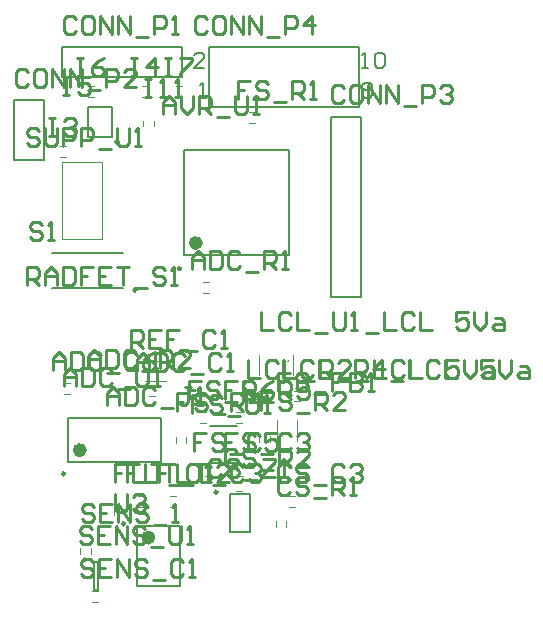
<source format=gto>
G04 Layer_Color=65535*
%FSLAX24Y24*%
%MOIN*%
G70*
G01*
G75*
%ADD37C,0.0100*%
%ADD84C,0.0098*%
%ADD85C,0.0079*%
%ADD86C,0.0236*%
%ADD87C,0.0039*%
%ADD88C,0.0080*%
D37*
X12630Y13350D02*
X12530Y13450D01*
X12330D01*
X12230Y13350D01*
Y13250D01*
X12330Y13150D01*
X12530D01*
X12630Y13050D01*
Y12950D01*
X12530Y12850D01*
X12330D01*
X12230Y12950D01*
X13230Y13450D02*
X12830D01*
Y12850D01*
X13230D01*
X12830Y13150D02*
X13030D01*
X13430Y12850D02*
Y13450D01*
X13829Y12850D01*
Y13450D01*
X14429Y13350D02*
X14329Y13450D01*
X14129D01*
X14029Y13350D01*
Y13250D01*
X14129Y13150D01*
X14329D01*
X14429Y13050D01*
Y12950D01*
X14329Y12850D01*
X14129D01*
X14029Y12950D01*
X14629Y12750D02*
X15029D01*
X15229Y13450D02*
Y12950D01*
X15329Y12850D01*
X15529D01*
X15629Y12950D01*
Y13450D01*
X15829Y12850D02*
X16029D01*
X15929D01*
Y13450D01*
X15829Y13350D01*
X12680Y12260D02*
X12580Y12360D01*
X12380D01*
X12280Y12260D01*
Y12160D01*
X12380Y12060D01*
X12580D01*
X12680Y11960D01*
Y11860D01*
X12580Y11760D01*
X12380D01*
X12280Y11860D01*
X13280Y12360D02*
X12880D01*
Y11760D01*
X13280D01*
X12880Y12060D02*
X13080D01*
X13480Y11760D02*
Y12360D01*
X13879Y11760D01*
Y12360D01*
X14479Y12260D02*
X14379Y12360D01*
X14179D01*
X14079Y12260D01*
Y12160D01*
X14179Y12060D01*
X14379D01*
X14479Y11960D01*
Y11860D01*
X14379Y11760D01*
X14179D01*
X14079Y11860D01*
X14679Y11660D02*
X15079D01*
X15679Y12260D02*
X15579Y12360D01*
X15379D01*
X15279Y12260D01*
Y11860D01*
X15379Y11760D01*
X15579D01*
X15679Y11860D01*
X15879Y11760D02*
X16079D01*
X15979D01*
Y12360D01*
X15879Y12260D01*
X12700Y14110D02*
X12600Y14210D01*
X12400D01*
X12300Y14110D01*
Y14010D01*
X12400Y13910D01*
X12600D01*
X12700Y13810D01*
Y13710D01*
X12600Y13610D01*
X12400D01*
X12300Y13710D01*
X13300Y14210D02*
X12900D01*
Y13610D01*
X13300D01*
X12900Y13910D02*
X13100D01*
X13500Y13610D02*
Y14210D01*
X13899Y13610D01*
Y14210D01*
X14499Y14110D02*
X14399Y14210D01*
X14199D01*
X14099Y14110D01*
Y14010D01*
X14199Y13910D01*
X14399D01*
X14499Y13810D01*
Y13710D01*
X14399Y13610D01*
X14199D01*
X14099Y13710D01*
X14699Y13510D02*
X15099D01*
X15299Y13610D02*
X15499D01*
X15399D01*
Y14210D01*
X15299Y14110D01*
X13140Y17500D02*
Y17900D01*
X13340Y18100D01*
X13540Y17900D01*
Y17500D01*
Y17800D01*
X13140D01*
X13740Y18100D02*
Y17500D01*
X14040D01*
X14140Y17600D01*
Y18000D01*
X14040Y18100D01*
X13740D01*
X14739Y18000D02*
X14640Y18100D01*
X14440D01*
X14340Y18000D01*
Y17600D01*
X14440Y17500D01*
X14640D01*
X14739Y17600D01*
X14939Y17400D02*
X15339D01*
X15939Y18100D02*
X15739D01*
X15839D01*
Y17600D01*
X15739Y17500D01*
X15639D01*
X15539Y17600D01*
X16139Y17500D02*
X16339D01*
X16239D01*
Y18100D01*
X16139Y18000D01*
X14163Y18632D02*
Y19032D01*
X14363Y19232D01*
X14563Y19032D01*
Y18632D01*
Y18932D01*
X14163D01*
X14762Y19232D02*
Y18632D01*
X15062D01*
X15162Y18732D01*
Y19132D01*
X15062Y19232D01*
X14762D01*
X15762Y19132D02*
X15662Y19232D01*
X15462D01*
X15362Y19132D01*
Y18732D01*
X15462Y18632D01*
X15662D01*
X15762Y18732D01*
X15962Y18532D02*
X16362D01*
X16962Y19132D02*
X16862Y19232D01*
X16662D01*
X16562Y19132D01*
Y18732D01*
X16662Y18632D01*
X16862D01*
X16962Y18732D01*
X17162Y18632D02*
X17362D01*
X17262D01*
Y19232D01*
X17162Y19132D01*
X19259Y18558D02*
X18859D01*
Y18258D01*
X19059D01*
X18859D01*
Y17959D01*
X19859Y18458D02*
X19759Y18558D01*
X19559D01*
X19459Y18458D01*
Y18358D01*
X19559Y18258D01*
X19759D01*
X19859Y18158D01*
Y18059D01*
X19759Y17959D01*
X19559D01*
X19459Y18059D01*
X20058Y17859D02*
X20458D01*
X21058Y18558D02*
X20658D01*
Y18258D01*
X20858D01*
X20658D01*
Y17959D01*
X21258Y18558D02*
Y17959D01*
X21558D01*
X21658Y18059D01*
Y18158D01*
X21558Y18258D01*
X21258D01*
X21558D01*
X21658Y18358D01*
Y18458D01*
X21558Y18558D01*
X21258D01*
X21858Y17959D02*
X22058D01*
X21958D01*
Y18558D01*
X21858Y18458D01*
X19019Y19009D02*
Y18409D01*
X19419D01*
X20019Y18909D02*
X19919Y19009D01*
X19719D01*
X19619Y18909D01*
Y18509D01*
X19719Y18409D01*
X19919D01*
X20019Y18509D01*
X20219Y19009D02*
Y18409D01*
X20619D01*
X20819Y18309D02*
X21219D01*
X21419Y18409D02*
Y19009D01*
X21718D01*
X21818Y18909D01*
Y18709D01*
X21718Y18609D01*
X21419D01*
X21619D02*
X21818Y18409D01*
X22318D02*
Y19009D01*
X22018Y18709D01*
X22418D01*
X22618Y18309D02*
X23018D01*
X23218Y19009D02*
Y18409D01*
X23618D01*
X24218Y18909D02*
X24118Y19009D01*
X23918D01*
X23818Y18909D01*
Y18509D01*
X23918Y18409D01*
X24118D01*
X24218Y18509D01*
X24418Y19009D02*
Y18409D01*
X24817D01*
X26017Y19009D02*
X25617D01*
Y18709D01*
X25817Y18809D01*
X25917D01*
X26017Y18709D01*
Y18509D01*
X25917Y18409D01*
X25717D01*
X25617Y18509D01*
X26217Y19009D02*
Y18609D01*
X26417Y18409D01*
X26617Y18609D01*
Y19009D01*
X26917Y18809D02*
X27117D01*
X27217Y18709D01*
Y18409D01*
X26917D01*
X26817Y18509D01*
X26917Y18609D01*
X27217D01*
X18286Y20613D02*
Y20013D01*
X18686D01*
X19285Y20513D02*
X19185Y20613D01*
X18985D01*
X18885Y20513D01*
Y20113D01*
X18985Y20013D01*
X19185D01*
X19285Y20113D01*
X19485Y20613D02*
Y20013D01*
X19885D01*
X20085Y19913D02*
X20485D01*
X20685Y20613D02*
Y20113D01*
X20785Y20013D01*
X20985D01*
X21085Y20113D01*
Y20613D01*
X21285Y20013D02*
X21485D01*
X21385D01*
Y20613D01*
X21285Y20513D01*
X21785Y19913D02*
X22184D01*
X22384Y20613D02*
Y20013D01*
X22784D01*
X23384Y20513D02*
X23284Y20613D01*
X23084D01*
X22984Y20513D01*
Y20113D01*
X23084Y20013D01*
X23284D01*
X23384Y20113D01*
X23584Y20613D02*
Y20013D01*
X23984D01*
X25183Y20613D02*
X24784D01*
Y20313D01*
X24983Y20413D01*
X25083D01*
X25183Y20313D01*
Y20113D01*
X25083Y20013D01*
X24884D01*
X24784Y20113D01*
X25383Y20613D02*
Y20213D01*
X25583Y20013D01*
X25783Y20213D01*
Y20613D01*
X26083Y20413D02*
X26283D01*
X26383Y20313D01*
Y20013D01*
X26083D01*
X25983Y20113D01*
X26083Y20213D01*
X26383D01*
X17837Y19010D02*
Y18411D01*
X18237D01*
X18837Y18910D02*
X18737Y19010D01*
X18537D01*
X18437Y18910D01*
Y18511D01*
X18537Y18411D01*
X18737D01*
X18837Y18511D01*
X19036Y19010D02*
Y18411D01*
X19436D01*
X19636Y18311D02*
X20036D01*
X20236Y18411D02*
Y19010D01*
X20536D01*
X20636Y18910D01*
Y18711D01*
X20536Y18611D01*
X20236D01*
X20436D02*
X20636Y18411D01*
X21236D02*
X20836D01*
X21236Y18810D01*
Y18910D01*
X21136Y19010D01*
X20936D01*
X20836Y18910D01*
X21436Y18311D02*
X21836D01*
X22035Y19010D02*
Y18411D01*
X22435D01*
X23035Y18910D02*
X22935Y19010D01*
X22735D01*
X22635Y18910D01*
Y18511D01*
X22735Y18411D01*
X22935D01*
X23035Y18511D01*
X23235Y19010D02*
Y18411D01*
X23635D01*
X24835Y19010D02*
X24435D01*
Y18711D01*
X24635Y18810D01*
X24735D01*
X24835Y18711D01*
Y18511D01*
X24735Y18411D01*
X24535D01*
X24435Y18511D01*
X25035Y19010D02*
Y18611D01*
X25234Y18411D01*
X25434Y18611D01*
Y19010D01*
X25734Y18810D02*
X25934D01*
X26034Y18711D01*
Y18411D01*
X25734D01*
X25634Y18511D01*
X25734Y18611D01*
X26034D01*
X16283Y18300D02*
X15883D01*
Y18000D01*
X16083D01*
X15883D01*
Y17700D01*
X16882Y18200D02*
X16782Y18300D01*
X16583D01*
X16483Y18200D01*
Y18100D01*
X16583Y18000D01*
X16782D01*
X16882Y17900D01*
Y17800D01*
X16782Y17700D01*
X16583D01*
X16483Y17800D01*
X17082Y17600D02*
X17482D01*
X17682Y17700D02*
Y18300D01*
X17982D01*
X18082Y18200D01*
Y18000D01*
X17982Y17900D01*
X17682D01*
X17882D02*
X18082Y17700D01*
X18682Y18300D02*
X18482Y18200D01*
X18282Y18000D01*
Y17800D01*
X18382Y17700D01*
X18582D01*
X18682Y17800D01*
Y17900D01*
X18582Y18000D01*
X18282D01*
X10490Y21510D02*
Y22110D01*
X10790D01*
X10890Y22010D01*
Y21810D01*
X10790Y21710D01*
X10490D01*
X10690D02*
X10890Y21510D01*
X11090D02*
Y21910D01*
X11290Y22110D01*
X11490Y21910D01*
Y21510D01*
Y21810D01*
X11090D01*
X11690Y22110D02*
Y21510D01*
X11990D01*
X12089Y21610D01*
Y22010D01*
X11990Y22110D01*
X11690D01*
X12689D02*
X12289D01*
Y21810D01*
X12489D01*
X12289D01*
Y21510D01*
X13289Y22110D02*
X12889D01*
Y21510D01*
X13289D01*
X12889Y21810D02*
X13089D01*
X13489Y22110D02*
X13889D01*
X13689D01*
Y21510D01*
X14089Y21410D02*
X14489D01*
X15089Y22010D02*
X14989Y22110D01*
X14789D01*
X14689Y22010D01*
Y21910D01*
X14789Y21810D01*
X14989D01*
X15089Y21710D01*
Y21610D01*
X14989Y21510D01*
X14789D01*
X14689Y21610D01*
X15288Y21510D02*
X15488D01*
X15388D01*
Y22110D01*
X15288Y22010D01*
X16480Y30380D02*
X16380Y30480D01*
X16180D01*
X16080Y30380D01*
Y29980D01*
X16180Y29880D01*
X16380D01*
X16480Y29980D01*
X16980Y30480D02*
X16780D01*
X16680Y30380D01*
Y29980D01*
X16780Y29880D01*
X16980D01*
X17080Y29980D01*
Y30380D01*
X16980Y30480D01*
X17280Y29880D02*
Y30480D01*
X17679Y29880D01*
Y30480D01*
X17879Y29880D02*
Y30480D01*
X18279Y29880D01*
Y30480D01*
X18479Y29780D02*
X18879D01*
X19079Y29880D02*
Y30480D01*
X19379D01*
X19479Y30380D01*
Y30180D01*
X19379Y30080D01*
X19079D01*
X19979Y29880D02*
Y30480D01*
X19679Y30180D01*
X20079D01*
X21059Y28057D02*
X20959Y28157D01*
X20759D01*
X20659Y28057D01*
Y27657D01*
X20759Y27557D01*
X20959D01*
X21059Y27657D01*
X21559Y28157D02*
X21359D01*
X21259Y28057D01*
Y27657D01*
X21359Y27557D01*
X21559D01*
X21659Y27657D01*
Y28057D01*
X21559Y28157D01*
X21859Y27557D02*
Y28157D01*
X22259Y27557D01*
Y28157D01*
X22459Y27557D02*
Y28157D01*
X22859Y27557D01*
Y28157D01*
X23059Y27457D02*
X23458D01*
X23658Y27557D02*
Y28157D01*
X23958D01*
X24058Y28057D01*
Y27857D01*
X23958Y27757D01*
X23658D01*
X24258Y28057D02*
X24358Y28157D01*
X24558D01*
X24658Y28057D01*
Y27957D01*
X24558Y27857D01*
X24458D01*
X24558D01*
X24658Y27757D01*
Y27657D01*
X24558Y27557D01*
X24358D01*
X24258Y27657D01*
X13803Y15517D02*
X13403D01*
Y15217D01*
X13603D01*
X13403D01*
Y14917D01*
X14002Y15517D02*
Y14917D01*
X14402D01*
X14602Y15517D02*
X15002D01*
X14802D01*
Y14917D01*
X15202Y14817D02*
X15602D01*
X16202Y15417D02*
X16102Y15517D01*
X15902D01*
X15802Y15417D01*
Y15017D01*
X15902Y14917D01*
X16102D01*
X16202Y15017D01*
X16402Y14917D02*
X16602D01*
X16502D01*
Y15517D01*
X16402Y15417D01*
X15271Y15532D02*
X14871D01*
Y15232D01*
X15071D01*
X14871D01*
Y14932D01*
X15471Y15532D02*
Y14932D01*
X15870D01*
X16070Y15532D02*
X16470D01*
X16270D01*
Y14932D01*
X16670Y14832D02*
X17070D01*
X17670Y15432D02*
X17570Y15532D01*
X17370D01*
X17270Y15432D01*
Y15032D01*
X17370Y14932D01*
X17570D01*
X17670Y15032D01*
X17870Y15432D02*
X17970Y15532D01*
X18170D01*
X18270Y15432D01*
Y15332D01*
X18170Y15232D01*
X18070D01*
X18170D01*
X18270Y15132D01*
Y15032D01*
X18170Y14932D01*
X17970D01*
X17870Y15032D01*
X14211Y15531D02*
X13811D01*
Y15231D01*
X14011D01*
X13811D01*
Y14931D01*
X14411Y15531D02*
Y14931D01*
X14811D01*
X15011Y15531D02*
X15411D01*
X15211D01*
Y14931D01*
X15611Y14831D02*
X16011D01*
X16610Y15431D02*
X16510Y15531D01*
X16311D01*
X16211Y15431D01*
Y15031D01*
X16311Y14931D01*
X16510D01*
X16610Y15031D01*
X17210Y14931D02*
X16810D01*
X17210Y15331D01*
Y15431D01*
X17110Y15531D01*
X16910D01*
X16810Y15431D01*
X10980Y23490D02*
X10880Y23590D01*
X10680D01*
X10580Y23490D01*
Y23390D01*
X10680Y23290D01*
X10880D01*
X10980Y23190D01*
Y23090D01*
X10880Y22990D01*
X10680D01*
X10580Y23090D01*
X11180Y22990D02*
X11380D01*
X11280D01*
Y23590D01*
X11180Y23490D01*
X13410Y14540D02*
Y14040D01*
X13510Y13940D01*
X13710D01*
X13810Y14040D01*
Y14540D01*
X14009Y14440D02*
X14109Y14540D01*
X14309D01*
X14409Y14440D01*
Y14340D01*
X14309Y14240D01*
X14209D01*
X14309D01*
X14409Y14140D01*
Y14040D01*
X14309Y13940D01*
X14109D01*
X14009Y14040D01*
X10888Y26649D02*
X10788Y26749D01*
X10588D01*
X10488Y26649D01*
Y26549D01*
X10588Y26449D01*
X10788D01*
X10888Y26349D01*
Y26249D01*
X10788Y26149D01*
X10588D01*
X10488Y26249D01*
X11087Y26749D02*
Y26249D01*
X11187Y26149D01*
X11387D01*
X11487Y26249D01*
Y26749D01*
X11687Y26149D02*
Y26749D01*
X11987D01*
X12087Y26649D01*
Y26449D01*
X11987Y26349D01*
X11687D01*
X12287Y26149D02*
Y26749D01*
X12587D01*
X12687Y26649D01*
Y26449D01*
X12587Y26349D01*
X12287D01*
X12887Y26049D02*
X13287D01*
X13487Y26749D02*
Y26249D01*
X13587Y26149D01*
X13787D01*
X13887Y26249D01*
Y26749D01*
X14086Y26149D02*
X14286D01*
X14186D01*
Y26749D01*
X14086Y26649D01*
X13943Y19414D02*
Y20014D01*
X14243D01*
X14343Y19914D01*
Y19714D01*
X14243Y19614D01*
X13943D01*
X14143D02*
X14343Y19414D01*
X14943Y20014D02*
X14543D01*
Y19414D01*
X14943D01*
X14543Y19714D02*
X14743D01*
X15543Y20014D02*
X15143D01*
Y19714D01*
X15343D01*
X15143D01*
Y19414D01*
X15743Y19314D02*
X16143D01*
X16742Y19914D02*
X16642Y20014D01*
X16443D01*
X16343Y19914D01*
Y19514D01*
X16443Y19414D01*
X16642D01*
X16742Y19514D01*
X16942Y19414D02*
X17142D01*
X17042D01*
Y20014D01*
X16942Y19914D01*
X14401Y28364D02*
X14600D01*
X14501D01*
Y27764D01*
X14401D01*
X14600D01*
X14900D02*
X15100D01*
X15000D01*
Y28364D01*
X14900Y28264D01*
X15400Y27764D02*
X15600D01*
X15500D01*
Y28364D01*
X15400Y28264D01*
X15081Y29068D02*
X15281D01*
X15181D01*
Y28468D01*
X15081D01*
X15281D01*
X15580Y29068D02*
X15980D01*
Y28968D01*
X15580Y28568D01*
Y28468D01*
X12130Y29070D02*
X12330D01*
X12230D01*
Y28470D01*
X12130D01*
X12330D01*
X13030Y29070D02*
X12830Y28970D01*
X12630Y28770D01*
Y28570D01*
X12730Y28470D01*
X12930D01*
X13030Y28570D01*
Y28670D01*
X12930Y28770D01*
X12630D01*
X11691Y28434D02*
X11890D01*
X11791D01*
Y27834D01*
X11691D01*
X11890D01*
X12590Y28434D02*
X12190D01*
Y28134D01*
X12390Y28234D01*
X12490D01*
X12590Y28134D01*
Y27934D01*
X12490Y27834D01*
X12290D01*
X12190Y27934D01*
X13930Y29070D02*
X14130D01*
X14030D01*
Y28470D01*
X13930D01*
X14130D01*
X14730D02*
Y29070D01*
X14430Y28770D01*
X14830D01*
X11220Y27070D02*
X11420D01*
X11320D01*
Y26470D01*
X11220D01*
X11420D01*
X11720Y26970D02*
X11820Y27070D01*
X12020D01*
X12120Y26970D01*
Y26870D01*
X12020Y26770D01*
X11920D01*
X12020D01*
X12120Y26670D01*
Y26570D01*
X12020Y26470D01*
X11820D01*
X11720Y26570D01*
X16378Y17839D02*
X15978D01*
Y17539D01*
X16178D01*
X15978D01*
Y17239D01*
X16977Y17739D02*
X16878Y17839D01*
X16678D01*
X16578Y17739D01*
Y17639D01*
X16678Y17539D01*
X16878D01*
X16977Y17439D01*
Y17339D01*
X16878Y17239D01*
X16678D01*
X16578Y17339D01*
X17177Y17139D02*
X17577D01*
X17777Y17839D02*
Y17339D01*
X17877Y17239D01*
X18077D01*
X18177Y17339D01*
Y17839D01*
X18377Y17239D02*
X18577D01*
X18477D01*
Y17839D01*
X18377Y17739D01*
X17464Y18306D02*
X17064D01*
Y18007D01*
X17264D01*
X17064D01*
Y17707D01*
X18064Y18206D02*
X17964Y18306D01*
X17764D01*
X17664Y18206D01*
Y18106D01*
X17764Y18007D01*
X17964D01*
X18064Y17907D01*
Y17807D01*
X17964Y17707D01*
X17764D01*
X17664Y17807D01*
X18264Y17607D02*
X18664D01*
X18864Y17707D02*
Y18306D01*
X19164D01*
X19264Y18206D01*
Y18007D01*
X19164Y17907D01*
X18864D01*
X19064D02*
X19264Y17707D01*
X19864Y18306D02*
X19464D01*
Y18007D01*
X19664Y18106D01*
X19764D01*
X19864Y18007D01*
Y17807D01*
X19764Y17707D01*
X19564D01*
X19464Y17807D01*
X15888Y17889D02*
X15488D01*
Y17589D01*
X15688D01*
X15488D01*
Y17289D01*
X16487Y17789D02*
X16388Y17889D01*
X16188D01*
X16088Y17789D01*
Y17689D01*
X16188Y17589D01*
X16388D01*
X16487Y17489D01*
Y17389D01*
X16388Y17289D01*
X16188D01*
X16088Y17389D01*
X16687Y17189D02*
X17087D01*
X17287Y17289D02*
Y17889D01*
X17587D01*
X17687Y17789D01*
Y17589D01*
X17587Y17489D01*
X17287D01*
X17487D02*
X17687Y17289D01*
X18187D02*
Y17889D01*
X17887Y17589D01*
X18287D01*
X18680Y17946D02*
X18281D01*
Y17646D01*
X18481D01*
X18281D01*
Y17346D01*
X19280Y17846D02*
X19180Y17946D01*
X18980D01*
X18880Y17846D01*
Y17746D01*
X18980Y17646D01*
X19180D01*
X19280Y17546D01*
Y17446D01*
X19180Y17346D01*
X18980D01*
X18880Y17446D01*
X19480Y17246D02*
X19880D01*
X20080Y17346D02*
Y17946D01*
X20380D01*
X20480Y17846D01*
Y17646D01*
X20380Y17546D01*
X20080D01*
X20280D02*
X20480Y17346D01*
X21080D02*
X20680D01*
X21080Y17746D01*
Y17846D01*
X20980Y17946D01*
X20780D01*
X20680Y17846D01*
X16430Y16555D02*
X16030D01*
Y16255D01*
X16230D01*
X16030D01*
Y15955D01*
X17030Y16455D02*
X16930Y16555D01*
X16730D01*
X16630Y16455D01*
Y16355D01*
X16730Y16255D01*
X16930D01*
X17030Y16155D01*
Y16055D01*
X16930Y15955D01*
X16730D01*
X16630Y16055D01*
X17230Y15855D02*
X17630D01*
X18230Y16455D02*
X18130Y16555D01*
X17930D01*
X17830Y16455D01*
Y16055D01*
X17930Y15955D01*
X18130D01*
X18230Y16055D01*
X18829Y16555D02*
X18429D01*
Y16255D01*
X18629Y16355D01*
X18729D01*
X18829Y16255D01*
Y16055D01*
X18729Y15955D01*
X18529D01*
X18429Y16055D01*
X17494Y16555D02*
X17094D01*
Y16255D01*
X17294D01*
X17094D01*
Y15955D01*
X18094Y16455D02*
X17994Y16555D01*
X17794D01*
X17694Y16455D01*
Y16355D01*
X17794Y16255D01*
X17994D01*
X18094Y16155D01*
Y16055D01*
X17994Y15955D01*
X17794D01*
X17694Y16055D01*
X18293Y15855D02*
X18693D01*
X19293Y16455D02*
X19193Y16555D01*
X18993D01*
X18893Y16455D01*
Y16055D01*
X18993Y15955D01*
X19193D01*
X19293Y16055D01*
X19493Y16455D02*
X19593Y16555D01*
X19793D01*
X19893Y16455D01*
Y16355D01*
X19793Y16255D01*
X19693D01*
X19793D01*
X19893Y16155D01*
Y16055D01*
X19793Y15955D01*
X19593D01*
X19493Y16055D01*
X15028Y27184D02*
Y27584D01*
X15228Y27784D01*
X15428Y27584D01*
Y27184D01*
Y27484D01*
X15028D01*
X15628Y27784D02*
Y27384D01*
X15828Y27184D01*
X16028Y27384D01*
Y27784D01*
X16228Y27184D02*
Y27784D01*
X16528D01*
X16628Y27684D01*
Y27484D01*
X16528Y27384D01*
X16228D01*
X16428D02*
X16628Y27184D01*
X16827Y27084D02*
X17227D01*
X17427Y27784D02*
Y27284D01*
X17527Y27184D01*
X17727D01*
X17827Y27284D01*
Y27784D01*
X18027Y27184D02*
X18227D01*
X18127D01*
Y27784D01*
X18027Y27684D01*
X11699Y18130D02*
Y18529D01*
X11899Y18729D01*
X12099Y18529D01*
Y18130D01*
Y18429D01*
X11699D01*
X12299Y18729D02*
Y18130D01*
X12599D01*
X12699Y18230D01*
Y18629D01*
X12599Y18729D01*
X12299D01*
X13298Y18629D02*
X13198Y18729D01*
X12998D01*
X12898Y18629D01*
Y18230D01*
X12998Y18130D01*
X13198D01*
X13298Y18230D01*
X13498Y18030D02*
X13898D01*
X14098Y18729D02*
Y18230D01*
X14198Y18130D01*
X14398D01*
X14498Y18230D01*
Y18729D01*
X14698Y18130D02*
X14898D01*
X14798D01*
Y18729D01*
X14698Y18629D01*
X11339Y18680D02*
Y19079D01*
X11539Y19279D01*
X11739Y19079D01*
Y18680D01*
Y18979D01*
X11339D01*
X11939Y19279D02*
Y18680D01*
X12239D01*
X12339Y18779D01*
Y19179D01*
X12239Y19279D01*
X11939D01*
X12938Y19179D02*
X12838Y19279D01*
X12638D01*
X12538Y19179D01*
Y18779D01*
X12638Y18680D01*
X12838D01*
X12938Y18779D01*
X13138Y18580D02*
X13538D01*
X14138Y19179D02*
X14038Y19279D01*
X13838D01*
X13738Y19179D01*
Y18779D01*
X13838Y18680D01*
X14038D01*
X14138Y18779D01*
X14738Y19279D02*
X14538Y19179D01*
X14338Y18979D01*
Y18779D01*
X14438Y18680D01*
X14638D01*
X14738Y18779D01*
Y18879D01*
X14638Y18979D01*
X14338D01*
X12509Y18730D02*
Y19129D01*
X12709Y19329D01*
X12909Y19129D01*
Y18730D01*
Y19029D01*
X12509D01*
X13109Y19329D02*
Y18730D01*
X13409D01*
X13508Y18829D01*
Y19229D01*
X13409Y19329D01*
X13109D01*
X14108Y19229D02*
X14008Y19329D01*
X13808D01*
X13708Y19229D01*
Y18829D01*
X13808Y18730D01*
X14008D01*
X14108Y18829D01*
X14308Y18630D02*
X14708D01*
X14908Y18730D02*
Y19329D01*
X15208D01*
X15308Y19229D01*
Y19029D01*
X15208Y18929D01*
X14908D01*
X15108D02*
X15308Y18730D01*
X15908D02*
X15508D01*
X15908Y19129D01*
Y19229D01*
X15808Y19329D01*
X15608D01*
X15508Y19229D01*
X15989Y22039D02*
Y22439D01*
X16189Y22639D01*
X16389Y22439D01*
Y22039D01*
Y22339D01*
X15989D01*
X16589Y22639D02*
Y22039D01*
X16889D01*
X16989Y22139D01*
Y22539D01*
X16889Y22639D01*
X16589D01*
X17589Y22539D02*
X17489Y22639D01*
X17289D01*
X17189Y22539D01*
Y22139D01*
X17289Y22039D01*
X17489D01*
X17589Y22139D01*
X17789Y21939D02*
X18189D01*
X18389Y22039D02*
Y22639D01*
X18688D01*
X18788Y22539D01*
Y22339D01*
X18688Y22239D01*
X18389D01*
X18589D02*
X18788Y22039D01*
X18988D02*
X19188D01*
X19088D01*
Y22639D01*
X18988Y22539D01*
X19231Y15429D02*
X19131Y15529D01*
X18932D01*
X18832Y15429D01*
Y15029D01*
X18932Y14929D01*
X19131D01*
X19231Y15029D01*
X19831Y15429D02*
X19731Y15529D01*
X19531D01*
X19431Y15429D01*
Y15329D01*
X19531Y15229D01*
X19731D01*
X19831Y15129D01*
Y15029D01*
X19731Y14929D01*
X19531D01*
X19431Y15029D01*
X20031Y14829D02*
X20431D01*
X21031Y15429D02*
X20931Y15529D01*
X20731D01*
X20631Y15429D01*
Y15029D01*
X20731Y14929D01*
X20931D01*
X21031Y15029D01*
X21231Y15429D02*
X21331Y15529D01*
X21531D01*
X21631Y15429D01*
Y15329D01*
X21531Y15229D01*
X21431D01*
X21531D01*
X21631Y15129D01*
Y15029D01*
X21531Y14929D01*
X21331D01*
X21231Y15029D01*
X19231Y14989D02*
X19131Y15089D01*
X18932D01*
X18832Y14989D01*
Y14589D01*
X18932Y14489D01*
X19131D01*
X19231Y14589D01*
X19831Y14989D02*
X19731Y15089D01*
X19531D01*
X19431Y14989D01*
Y14889D01*
X19531Y14789D01*
X19731D01*
X19831Y14689D01*
Y14589D01*
X19731Y14489D01*
X19531D01*
X19431Y14589D01*
X20031Y14389D02*
X20431D01*
X20631Y14489D02*
Y15089D01*
X20931D01*
X21031Y14989D01*
Y14789D01*
X20931Y14689D01*
X20631D01*
X20831D02*
X21031Y14489D01*
X21231D02*
X21431D01*
X21331D01*
Y15089D01*
X21231Y14989D01*
X17489Y15923D02*
X17389Y16023D01*
X17189D01*
X17089Y15923D01*
Y15523D01*
X17189Y15423D01*
X17389D01*
X17489Y15523D01*
X18089Y15923D02*
X17989Y16023D01*
X17789D01*
X17689Y15923D01*
Y15823D01*
X17789Y15723D01*
X17989D01*
X18089Y15623D01*
Y15523D01*
X17989Y15423D01*
X17789D01*
X17689Y15523D01*
X18289Y15323D02*
X18689D01*
X18888Y15423D02*
Y16023D01*
X19188D01*
X19288Y15923D01*
Y15723D01*
X19188Y15623D01*
X18888D01*
X19088D02*
X19288Y15423D01*
X19888D02*
X19488D01*
X19888Y15823D01*
Y15923D01*
X19788Y16023D01*
X19588D01*
X19488Y15923D01*
X16941Y15599D02*
X16841Y15699D01*
X16642D01*
X16542Y15599D01*
Y15199D01*
X16642Y15099D01*
X16841D01*
X16941Y15199D01*
X17541Y15599D02*
X17441Y15699D01*
X17241D01*
X17141Y15599D01*
Y15499D01*
X17241Y15399D01*
X17441D01*
X17541Y15299D01*
Y15199D01*
X17441Y15099D01*
X17241D01*
X17141Y15199D01*
X17741Y14999D02*
X18141D01*
X18341Y15699D02*
X18741D01*
Y15599D01*
X18341Y15199D01*
Y15099D01*
X18741D01*
X18941D02*
X19141D01*
X19041D01*
Y15699D01*
X18941Y15599D01*
X17921Y28304D02*
X17521D01*
Y28004D01*
X17721D01*
X17521D01*
Y27704D01*
X18520Y28204D02*
X18420Y28304D01*
X18220D01*
X18120Y28204D01*
Y28104D01*
X18220Y28004D01*
X18420D01*
X18520Y27904D01*
Y27804D01*
X18420Y27704D01*
X18220D01*
X18120Y27804D01*
X18720Y27604D02*
X19120D01*
X19320Y27704D02*
Y28304D01*
X19620D01*
X19720Y28204D01*
Y28004D01*
X19620Y27904D01*
X19320D01*
X19520D02*
X19720Y27704D01*
X19920D02*
X20120D01*
X20020D01*
Y28304D01*
X19920Y28204D01*
X12117Y30377D02*
X12017Y30477D01*
X11817D01*
X11717Y30377D01*
Y29977D01*
X11817Y29877D01*
X12017D01*
X12117Y29977D01*
X12617Y30477D02*
X12417D01*
X12317Y30377D01*
Y29977D01*
X12417Y29877D01*
X12617D01*
X12717Y29977D01*
Y30377D01*
X12617Y30477D01*
X12917Y29877D02*
Y30477D01*
X13317Y29877D01*
Y30477D01*
X13517Y29877D02*
Y30477D01*
X13917Y29877D01*
Y30477D01*
X14117Y29777D02*
X14517D01*
X14717Y29877D02*
Y30477D01*
X15016D01*
X15116Y30377D01*
Y30177D01*
X15016Y30077D01*
X14717D01*
X15316Y29877D02*
X15516D01*
X15416D01*
Y30477D01*
X15316Y30377D01*
X10516Y28616D02*
X10416Y28716D01*
X10216D01*
X10116Y28616D01*
Y28216D01*
X10216Y28116D01*
X10416D01*
X10516Y28216D01*
X11016Y28716D02*
X10816D01*
X10716Y28616D01*
Y28216D01*
X10816Y28116D01*
X11016D01*
X11116Y28216D01*
Y28616D01*
X11016Y28716D01*
X11316Y28116D02*
Y28716D01*
X11716Y28116D01*
Y28716D01*
X11916Y28116D02*
Y28716D01*
X12315Y28116D01*
Y28716D01*
X12515Y28016D02*
X12915D01*
X13115Y28116D02*
Y28716D01*
X13415D01*
X13515Y28616D01*
Y28416D01*
X13415Y28316D01*
X13115D01*
X14115Y28116D02*
X13715D01*
X14115Y28516D01*
Y28616D01*
X14015Y28716D01*
X13815D01*
X13715Y28616D01*
D84*
X12455Y12351D02*
G03*
X12455Y12351I-49J0D01*
G01*
X14124Y21329D02*
G03*
X14124Y21329I-49J0D01*
G01*
X13747Y13543D02*
G03*
X13747Y13543I-49J0D01*
G01*
X13525Y26269D02*
G03*
X13525Y26269I-49J0D01*
G01*
X17953Y15509D02*
G03*
X17953Y15509I-49J0D01*
G01*
X15611Y22053D02*
G03*
X15611Y22053I-49J0D01*
G01*
X11745Y15207D02*
G03*
X11745Y15207I-49J0D01*
G01*
X16834Y14598D02*
G03*
X16834Y14598I-49J0D01*
G01*
D85*
X19193Y18976D02*
G03*
X19193Y18976I-20J0D01*
G01*
X12839Y11347D02*
Y12253D01*
X12721Y11347D02*
Y12253D01*
Y11347D02*
X12839D01*
X12721Y12253D02*
X12839D01*
X21602Y21114D02*
Y27114D01*
X20602Y21114D02*
Y27114D01*
Y21114D02*
X21602D01*
X20602Y27114D02*
X21602D01*
X16563Y27437D02*
X21563D01*
X16563Y29437D02*
X21563D01*
X16563Y27437D02*
Y29437D01*
X21563Y27437D02*
Y29437D01*
X11309Y21388D02*
X13671D01*
X11309Y22569D02*
X13671D01*
X14131Y11467D02*
X15588D01*
X14131Y13474D02*
X15588D01*
Y11467D02*
Y13474D01*
X14131Y11467D02*
Y13474D01*
X13326Y26419D02*
Y27419D01*
X12526Y26419D02*
Y27419D01*
Y26419D02*
X13326D01*
X12526Y27419D02*
X13326D01*
X16565Y15569D02*
X17471D01*
X16565Y16789D02*
X17471D01*
X19214Y22506D02*
Y26010D01*
X15710Y22506D02*
Y26010D01*
X19214D01*
X15710Y22506D02*
X19214D01*
X11844Y15601D02*
X14954D01*
X11844Y17058D02*
X14954D01*
X11844Y15601D02*
Y17058D01*
X14954Y15601D02*
Y17058D01*
X17237Y13279D02*
X17926D01*
X17237Y14539D02*
X17926D01*
Y13279D02*
Y14539D01*
X17237Y13279D02*
Y14539D01*
X15657Y28437D02*
Y29437D01*
X11657Y28437D02*
X15657D01*
X11657Y29437D02*
X15657D01*
X11657Y28437D02*
Y29437D01*
X10051Y25681D02*
Y27681D01*
Y25681D02*
X11051D01*
Y27681D01*
X10051D02*
X11051D01*
D86*
X14643Y13081D02*
G03*
X14643Y13081I-118J0D01*
G01*
X16222Y22900D02*
G03*
X16222Y22900I-118J0D01*
G01*
X12356Y15995D02*
G03*
X12356Y15995I-118J0D01*
G01*
D87*
X12662Y10943D02*
X12858D01*
X12662Y11297D02*
X12858D01*
X12597Y12542D02*
Y12738D01*
X12243Y12542D02*
Y12738D01*
X18209Y18484D02*
Y19154D01*
X19350Y18484D02*
Y19154D01*
X18209Y17972D02*
X18406D01*
X18209Y17618D02*
X18406D01*
X19390D02*
X19587D01*
X19390Y17972D02*
X19587D01*
X13720Y13839D02*
Y14035D01*
X13366Y13839D02*
Y14035D01*
X15256Y14114D02*
X15453D01*
X15256Y14468D02*
X15453D01*
X14547Y17815D02*
X14744D01*
X14547Y18169D02*
X14744D01*
X18799Y16299D02*
Y17008D01*
X19468Y16299D02*
Y17008D01*
X18223Y16277D02*
Y16474D01*
X18578Y16277D02*
Y16474D01*
X16255Y16909D02*
X16452D01*
X16255Y17264D02*
X16452D01*
X14358Y26786D02*
Y26983D01*
X14713Y26786D02*
Y26983D01*
X14193Y14114D02*
X14390D01*
X14193Y14468D02*
X14390D01*
X11656Y25614D02*
X12975D01*
X11656Y23035D02*
X12975D01*
Y23213D02*
Y23419D01*
Y25585D02*
Y25614D01*
Y23035D02*
Y25585D01*
X11656Y23035D02*
Y25614D01*
X15453Y27776D02*
X15650D01*
X15453Y28130D02*
X15650D01*
X12502Y27773D02*
X12698D01*
X12502Y28127D02*
X12698D01*
X14302Y27773D02*
X14498D01*
X14302Y28127D02*
X14498D01*
X11595Y25775D02*
X11792D01*
X11595Y26130D02*
X11792D01*
X17436Y17264D02*
X17633D01*
X17436Y16909D02*
X17633D01*
X15431Y16221D02*
Y16417D01*
X15785Y16221D02*
Y16417D01*
X16412Y15138D02*
X16609D01*
X16412Y15492D02*
X16609D01*
X17475D02*
X17672D01*
X17475Y15138D02*
X17672D01*
X11720Y18217D02*
X11917D01*
X11720Y17862D02*
X11917D01*
X16358Y21594D02*
X16555D01*
X16358Y21240D02*
X16555D01*
X18774Y13420D02*
Y13617D01*
X19129Y13420D02*
Y13617D01*
X19213Y14112D02*
X19410D01*
X19213Y14466D02*
X19410D01*
X17461Y14626D02*
X17657D01*
X17461Y14980D02*
X17657D01*
X14409Y18957D02*
X15118D01*
X14409Y18287D02*
X15118D01*
X17894Y27264D02*
X18091D01*
X17894Y26909D02*
X18091D01*
D88*
X21663Y28737D02*
X21830D01*
X21746D01*
Y29237D01*
X21663Y29154D01*
X22080D02*
X22163Y29237D01*
X22329D01*
X22413Y29154D01*
Y28820D01*
X22329Y28737D01*
X22163D01*
X22080Y28820D01*
Y29154D01*
X21663Y27820D02*
X21746Y27737D01*
X21913D01*
X21996Y27820D01*
Y28154D01*
X21913Y28237D01*
X21746D01*
X21663Y28154D01*
Y28070D01*
X21746Y27987D01*
X21996D01*
X16263Y27737D02*
X16430D01*
X16346D01*
Y28237D01*
X16263Y28154D01*
X16396Y28737D02*
X16063D01*
X16396Y29070D01*
Y29154D01*
X16313Y29237D01*
X16146D01*
X16063Y29154D01*
M02*

</source>
